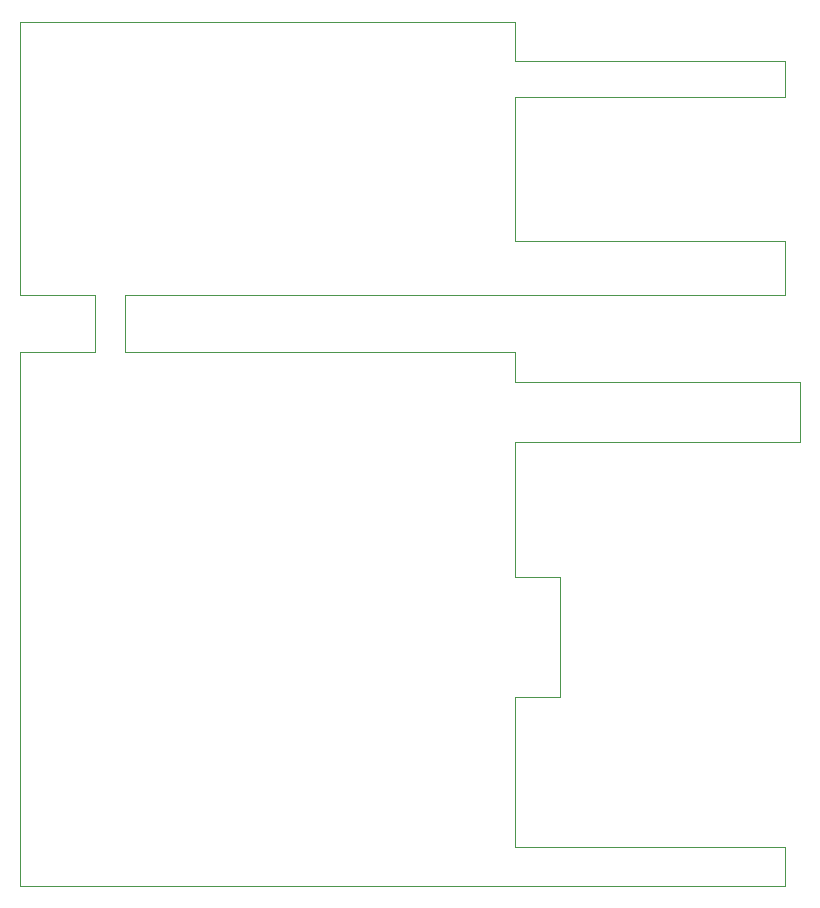
<source format=gbr>
%TF.GenerationSoftware,KiCad,Pcbnew,6.0.2+dfsg-1*%
%TF.CreationDate,2023-03-22T09:54:21+01:00*%
%TF.ProjectId,pcbfinal,70636266-696e-4616-9c2e-6b696361645f,rev?*%
%TF.SameCoordinates,Original*%
%TF.FileFunction,Profile,NP*%
%FSLAX46Y46*%
G04 Gerber Fmt 4.6, Leading zero omitted, Abs format (unit mm)*
G04 Created by KiCad (PCBNEW 6.0.2+dfsg-1) date 2023-03-22 09:54:21*
%MOMM*%
%LPD*%
G01*
G04 APERTURE LIST*
%TA.AperFunction,Profile*%
%ADD10C,0.100000*%
%TD*%
G04 APERTURE END LIST*
D10*
X171339521Y-42672000D02*
X194199521Y-42672000D01*
X194199521Y-42672000D02*
X194199521Y-45720000D01*
X194199521Y-45720000D02*
X171339521Y-45720000D01*
X171339521Y-45720000D02*
X171339521Y-57912000D01*
X171339521Y-57912000D02*
X194199521Y-57912000D01*
X194199521Y-57912000D02*
X194199521Y-62484000D01*
X194199521Y-62484000D02*
X138319521Y-62484000D01*
X138319521Y-62484000D02*
X138319521Y-67310000D01*
X138319521Y-67310000D02*
X171339521Y-67310000D01*
X171339521Y-67310000D02*
X171339521Y-69850000D01*
X171339521Y-69850000D02*
X195469521Y-69850000D01*
X195469521Y-69850000D02*
X195469521Y-74930000D01*
X195469521Y-74930000D02*
X171339521Y-74930000D01*
X171339521Y-74930000D02*
X171339521Y-86360000D01*
X171339521Y-86360000D02*
X175149521Y-86360000D01*
X175149521Y-86360000D02*
X175149521Y-96520000D01*
X175149521Y-96520000D02*
X171339521Y-96520000D01*
X171339521Y-96520000D02*
X171339521Y-109220000D01*
X171339521Y-109220000D02*
X194199521Y-109220000D01*
X194199521Y-109220000D02*
X194199521Y-112522000D01*
X194199521Y-112522000D02*
X129429521Y-112522000D01*
X129429521Y-112522000D02*
X129429521Y-67310000D01*
X129429521Y-67310000D02*
X135779521Y-67310000D01*
X135779521Y-67310000D02*
X135779521Y-62484000D01*
X135779521Y-62484000D02*
X129429521Y-62484000D01*
X129429521Y-62484000D02*
X129429521Y-39370000D01*
X129429521Y-39370000D02*
X171339521Y-39370000D01*
X171339521Y-39370000D02*
X171339521Y-42672000D01*
M02*

</source>
